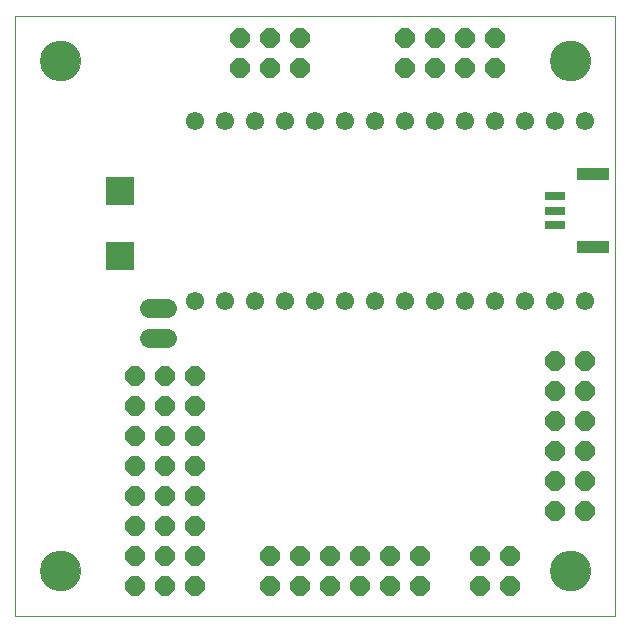
<source format=gbs>
G75*
%MOIN*%
%OFA0B0*%
%FSLAX25Y25*%
%IPPOS*%
%LPD*%
%AMOC8*
5,1,8,0,0,1.08239X$1,22.5*
%
%ADD10C,0.00300*%
%ADD11OC8,0.06400*%
%ADD12C,0.00000*%
%ADD13C,0.13400*%
%ADD14R,0.09400X0.09400*%
%ADD15C,0.06400*%
%ADD16C,0.06100*%
%ADD17R,0.07093X0.02762*%
%ADD18R,0.11030X0.04337*%
D10*
X0430000Y0315000D02*
X0430000Y0515000D01*
X0630000Y0515000D01*
X0630000Y0315000D01*
X0430000Y0315000D01*
D11*
X0470000Y0325000D03*
X0470000Y0335000D03*
X0470000Y0345000D03*
X0480000Y0345000D03*
X0480000Y0335000D03*
X0480000Y0325000D03*
X0490000Y0325000D03*
X0490000Y0335000D03*
X0490000Y0345000D03*
X0490000Y0355000D03*
X0490000Y0365000D03*
X0490000Y0375000D03*
X0480000Y0375000D03*
X0480000Y0365000D03*
X0480000Y0355000D03*
X0470000Y0355000D03*
X0470000Y0365000D03*
X0470000Y0375000D03*
X0470000Y0385000D03*
X0470000Y0395000D03*
X0480000Y0395000D03*
X0480000Y0385000D03*
X0490000Y0385000D03*
X0490000Y0395000D03*
X0515000Y0335000D03*
X0515000Y0325000D03*
X0525000Y0325000D03*
X0525000Y0335000D03*
X0535000Y0335000D03*
X0535000Y0325000D03*
X0545000Y0325000D03*
X0545000Y0335000D03*
X0555000Y0335000D03*
X0555000Y0325000D03*
X0565000Y0325000D03*
X0565000Y0335000D03*
X0585000Y0335000D03*
X0585000Y0325000D03*
X0595000Y0325000D03*
X0595000Y0335000D03*
X0610000Y0350000D03*
X0610000Y0360000D03*
X0620000Y0360000D03*
X0620000Y0350000D03*
X0620000Y0370000D03*
X0620000Y0380000D03*
X0620000Y0390000D03*
X0610000Y0390000D03*
X0610000Y0380000D03*
X0610000Y0370000D03*
X0610000Y0400000D03*
X0620000Y0400000D03*
X0590000Y0497500D03*
X0590000Y0507500D03*
X0580000Y0507500D03*
X0580000Y0497500D03*
X0570000Y0497500D03*
X0570000Y0507500D03*
X0560000Y0507500D03*
X0560000Y0497500D03*
X0525000Y0497500D03*
X0525000Y0507500D03*
X0515000Y0507500D03*
X0515000Y0497500D03*
X0505000Y0497500D03*
X0505000Y0507500D03*
D12*
X0438500Y0500000D02*
X0438502Y0500161D01*
X0438508Y0500321D01*
X0438518Y0500482D01*
X0438532Y0500642D01*
X0438550Y0500802D01*
X0438571Y0500961D01*
X0438597Y0501120D01*
X0438627Y0501278D01*
X0438660Y0501435D01*
X0438698Y0501592D01*
X0438739Y0501747D01*
X0438784Y0501901D01*
X0438833Y0502054D01*
X0438886Y0502206D01*
X0438942Y0502357D01*
X0439003Y0502506D01*
X0439066Y0502654D01*
X0439134Y0502800D01*
X0439205Y0502944D01*
X0439279Y0503086D01*
X0439357Y0503227D01*
X0439439Y0503365D01*
X0439524Y0503502D01*
X0439612Y0503636D01*
X0439704Y0503768D01*
X0439799Y0503898D01*
X0439897Y0504026D01*
X0439998Y0504151D01*
X0440102Y0504273D01*
X0440209Y0504393D01*
X0440319Y0504510D01*
X0440432Y0504625D01*
X0440548Y0504736D01*
X0440667Y0504845D01*
X0440788Y0504950D01*
X0440912Y0505053D01*
X0441038Y0505153D01*
X0441166Y0505249D01*
X0441297Y0505342D01*
X0441431Y0505432D01*
X0441566Y0505519D01*
X0441704Y0505602D01*
X0441843Y0505682D01*
X0441985Y0505758D01*
X0442128Y0505831D01*
X0442273Y0505900D01*
X0442420Y0505966D01*
X0442568Y0506028D01*
X0442718Y0506086D01*
X0442869Y0506141D01*
X0443022Y0506192D01*
X0443176Y0506239D01*
X0443331Y0506282D01*
X0443487Y0506321D01*
X0443643Y0506357D01*
X0443801Y0506388D01*
X0443959Y0506416D01*
X0444118Y0506440D01*
X0444278Y0506460D01*
X0444438Y0506476D01*
X0444598Y0506488D01*
X0444759Y0506496D01*
X0444920Y0506500D01*
X0445080Y0506500D01*
X0445241Y0506496D01*
X0445402Y0506488D01*
X0445562Y0506476D01*
X0445722Y0506460D01*
X0445882Y0506440D01*
X0446041Y0506416D01*
X0446199Y0506388D01*
X0446357Y0506357D01*
X0446513Y0506321D01*
X0446669Y0506282D01*
X0446824Y0506239D01*
X0446978Y0506192D01*
X0447131Y0506141D01*
X0447282Y0506086D01*
X0447432Y0506028D01*
X0447580Y0505966D01*
X0447727Y0505900D01*
X0447872Y0505831D01*
X0448015Y0505758D01*
X0448157Y0505682D01*
X0448296Y0505602D01*
X0448434Y0505519D01*
X0448569Y0505432D01*
X0448703Y0505342D01*
X0448834Y0505249D01*
X0448962Y0505153D01*
X0449088Y0505053D01*
X0449212Y0504950D01*
X0449333Y0504845D01*
X0449452Y0504736D01*
X0449568Y0504625D01*
X0449681Y0504510D01*
X0449791Y0504393D01*
X0449898Y0504273D01*
X0450002Y0504151D01*
X0450103Y0504026D01*
X0450201Y0503898D01*
X0450296Y0503768D01*
X0450388Y0503636D01*
X0450476Y0503502D01*
X0450561Y0503365D01*
X0450643Y0503227D01*
X0450721Y0503086D01*
X0450795Y0502944D01*
X0450866Y0502800D01*
X0450934Y0502654D01*
X0450997Y0502506D01*
X0451058Y0502357D01*
X0451114Y0502206D01*
X0451167Y0502054D01*
X0451216Y0501901D01*
X0451261Y0501747D01*
X0451302Y0501592D01*
X0451340Y0501435D01*
X0451373Y0501278D01*
X0451403Y0501120D01*
X0451429Y0500961D01*
X0451450Y0500802D01*
X0451468Y0500642D01*
X0451482Y0500482D01*
X0451492Y0500321D01*
X0451498Y0500161D01*
X0451500Y0500000D01*
X0451498Y0499839D01*
X0451492Y0499679D01*
X0451482Y0499518D01*
X0451468Y0499358D01*
X0451450Y0499198D01*
X0451429Y0499039D01*
X0451403Y0498880D01*
X0451373Y0498722D01*
X0451340Y0498565D01*
X0451302Y0498408D01*
X0451261Y0498253D01*
X0451216Y0498099D01*
X0451167Y0497946D01*
X0451114Y0497794D01*
X0451058Y0497643D01*
X0450997Y0497494D01*
X0450934Y0497346D01*
X0450866Y0497200D01*
X0450795Y0497056D01*
X0450721Y0496914D01*
X0450643Y0496773D01*
X0450561Y0496635D01*
X0450476Y0496498D01*
X0450388Y0496364D01*
X0450296Y0496232D01*
X0450201Y0496102D01*
X0450103Y0495974D01*
X0450002Y0495849D01*
X0449898Y0495727D01*
X0449791Y0495607D01*
X0449681Y0495490D01*
X0449568Y0495375D01*
X0449452Y0495264D01*
X0449333Y0495155D01*
X0449212Y0495050D01*
X0449088Y0494947D01*
X0448962Y0494847D01*
X0448834Y0494751D01*
X0448703Y0494658D01*
X0448569Y0494568D01*
X0448434Y0494481D01*
X0448296Y0494398D01*
X0448157Y0494318D01*
X0448015Y0494242D01*
X0447872Y0494169D01*
X0447727Y0494100D01*
X0447580Y0494034D01*
X0447432Y0493972D01*
X0447282Y0493914D01*
X0447131Y0493859D01*
X0446978Y0493808D01*
X0446824Y0493761D01*
X0446669Y0493718D01*
X0446513Y0493679D01*
X0446357Y0493643D01*
X0446199Y0493612D01*
X0446041Y0493584D01*
X0445882Y0493560D01*
X0445722Y0493540D01*
X0445562Y0493524D01*
X0445402Y0493512D01*
X0445241Y0493504D01*
X0445080Y0493500D01*
X0444920Y0493500D01*
X0444759Y0493504D01*
X0444598Y0493512D01*
X0444438Y0493524D01*
X0444278Y0493540D01*
X0444118Y0493560D01*
X0443959Y0493584D01*
X0443801Y0493612D01*
X0443643Y0493643D01*
X0443487Y0493679D01*
X0443331Y0493718D01*
X0443176Y0493761D01*
X0443022Y0493808D01*
X0442869Y0493859D01*
X0442718Y0493914D01*
X0442568Y0493972D01*
X0442420Y0494034D01*
X0442273Y0494100D01*
X0442128Y0494169D01*
X0441985Y0494242D01*
X0441843Y0494318D01*
X0441704Y0494398D01*
X0441566Y0494481D01*
X0441431Y0494568D01*
X0441297Y0494658D01*
X0441166Y0494751D01*
X0441038Y0494847D01*
X0440912Y0494947D01*
X0440788Y0495050D01*
X0440667Y0495155D01*
X0440548Y0495264D01*
X0440432Y0495375D01*
X0440319Y0495490D01*
X0440209Y0495607D01*
X0440102Y0495727D01*
X0439998Y0495849D01*
X0439897Y0495974D01*
X0439799Y0496102D01*
X0439704Y0496232D01*
X0439612Y0496364D01*
X0439524Y0496498D01*
X0439439Y0496635D01*
X0439357Y0496773D01*
X0439279Y0496914D01*
X0439205Y0497056D01*
X0439134Y0497200D01*
X0439066Y0497346D01*
X0439003Y0497494D01*
X0438942Y0497643D01*
X0438886Y0497794D01*
X0438833Y0497946D01*
X0438784Y0498099D01*
X0438739Y0498253D01*
X0438698Y0498408D01*
X0438660Y0498565D01*
X0438627Y0498722D01*
X0438597Y0498880D01*
X0438571Y0499039D01*
X0438550Y0499198D01*
X0438532Y0499358D01*
X0438518Y0499518D01*
X0438508Y0499679D01*
X0438502Y0499839D01*
X0438500Y0500000D01*
X0608500Y0500000D02*
X0608502Y0500161D01*
X0608508Y0500321D01*
X0608518Y0500482D01*
X0608532Y0500642D01*
X0608550Y0500802D01*
X0608571Y0500961D01*
X0608597Y0501120D01*
X0608627Y0501278D01*
X0608660Y0501435D01*
X0608698Y0501592D01*
X0608739Y0501747D01*
X0608784Y0501901D01*
X0608833Y0502054D01*
X0608886Y0502206D01*
X0608942Y0502357D01*
X0609003Y0502506D01*
X0609066Y0502654D01*
X0609134Y0502800D01*
X0609205Y0502944D01*
X0609279Y0503086D01*
X0609357Y0503227D01*
X0609439Y0503365D01*
X0609524Y0503502D01*
X0609612Y0503636D01*
X0609704Y0503768D01*
X0609799Y0503898D01*
X0609897Y0504026D01*
X0609998Y0504151D01*
X0610102Y0504273D01*
X0610209Y0504393D01*
X0610319Y0504510D01*
X0610432Y0504625D01*
X0610548Y0504736D01*
X0610667Y0504845D01*
X0610788Y0504950D01*
X0610912Y0505053D01*
X0611038Y0505153D01*
X0611166Y0505249D01*
X0611297Y0505342D01*
X0611431Y0505432D01*
X0611566Y0505519D01*
X0611704Y0505602D01*
X0611843Y0505682D01*
X0611985Y0505758D01*
X0612128Y0505831D01*
X0612273Y0505900D01*
X0612420Y0505966D01*
X0612568Y0506028D01*
X0612718Y0506086D01*
X0612869Y0506141D01*
X0613022Y0506192D01*
X0613176Y0506239D01*
X0613331Y0506282D01*
X0613487Y0506321D01*
X0613643Y0506357D01*
X0613801Y0506388D01*
X0613959Y0506416D01*
X0614118Y0506440D01*
X0614278Y0506460D01*
X0614438Y0506476D01*
X0614598Y0506488D01*
X0614759Y0506496D01*
X0614920Y0506500D01*
X0615080Y0506500D01*
X0615241Y0506496D01*
X0615402Y0506488D01*
X0615562Y0506476D01*
X0615722Y0506460D01*
X0615882Y0506440D01*
X0616041Y0506416D01*
X0616199Y0506388D01*
X0616357Y0506357D01*
X0616513Y0506321D01*
X0616669Y0506282D01*
X0616824Y0506239D01*
X0616978Y0506192D01*
X0617131Y0506141D01*
X0617282Y0506086D01*
X0617432Y0506028D01*
X0617580Y0505966D01*
X0617727Y0505900D01*
X0617872Y0505831D01*
X0618015Y0505758D01*
X0618157Y0505682D01*
X0618296Y0505602D01*
X0618434Y0505519D01*
X0618569Y0505432D01*
X0618703Y0505342D01*
X0618834Y0505249D01*
X0618962Y0505153D01*
X0619088Y0505053D01*
X0619212Y0504950D01*
X0619333Y0504845D01*
X0619452Y0504736D01*
X0619568Y0504625D01*
X0619681Y0504510D01*
X0619791Y0504393D01*
X0619898Y0504273D01*
X0620002Y0504151D01*
X0620103Y0504026D01*
X0620201Y0503898D01*
X0620296Y0503768D01*
X0620388Y0503636D01*
X0620476Y0503502D01*
X0620561Y0503365D01*
X0620643Y0503227D01*
X0620721Y0503086D01*
X0620795Y0502944D01*
X0620866Y0502800D01*
X0620934Y0502654D01*
X0620997Y0502506D01*
X0621058Y0502357D01*
X0621114Y0502206D01*
X0621167Y0502054D01*
X0621216Y0501901D01*
X0621261Y0501747D01*
X0621302Y0501592D01*
X0621340Y0501435D01*
X0621373Y0501278D01*
X0621403Y0501120D01*
X0621429Y0500961D01*
X0621450Y0500802D01*
X0621468Y0500642D01*
X0621482Y0500482D01*
X0621492Y0500321D01*
X0621498Y0500161D01*
X0621500Y0500000D01*
X0621498Y0499839D01*
X0621492Y0499679D01*
X0621482Y0499518D01*
X0621468Y0499358D01*
X0621450Y0499198D01*
X0621429Y0499039D01*
X0621403Y0498880D01*
X0621373Y0498722D01*
X0621340Y0498565D01*
X0621302Y0498408D01*
X0621261Y0498253D01*
X0621216Y0498099D01*
X0621167Y0497946D01*
X0621114Y0497794D01*
X0621058Y0497643D01*
X0620997Y0497494D01*
X0620934Y0497346D01*
X0620866Y0497200D01*
X0620795Y0497056D01*
X0620721Y0496914D01*
X0620643Y0496773D01*
X0620561Y0496635D01*
X0620476Y0496498D01*
X0620388Y0496364D01*
X0620296Y0496232D01*
X0620201Y0496102D01*
X0620103Y0495974D01*
X0620002Y0495849D01*
X0619898Y0495727D01*
X0619791Y0495607D01*
X0619681Y0495490D01*
X0619568Y0495375D01*
X0619452Y0495264D01*
X0619333Y0495155D01*
X0619212Y0495050D01*
X0619088Y0494947D01*
X0618962Y0494847D01*
X0618834Y0494751D01*
X0618703Y0494658D01*
X0618569Y0494568D01*
X0618434Y0494481D01*
X0618296Y0494398D01*
X0618157Y0494318D01*
X0618015Y0494242D01*
X0617872Y0494169D01*
X0617727Y0494100D01*
X0617580Y0494034D01*
X0617432Y0493972D01*
X0617282Y0493914D01*
X0617131Y0493859D01*
X0616978Y0493808D01*
X0616824Y0493761D01*
X0616669Y0493718D01*
X0616513Y0493679D01*
X0616357Y0493643D01*
X0616199Y0493612D01*
X0616041Y0493584D01*
X0615882Y0493560D01*
X0615722Y0493540D01*
X0615562Y0493524D01*
X0615402Y0493512D01*
X0615241Y0493504D01*
X0615080Y0493500D01*
X0614920Y0493500D01*
X0614759Y0493504D01*
X0614598Y0493512D01*
X0614438Y0493524D01*
X0614278Y0493540D01*
X0614118Y0493560D01*
X0613959Y0493584D01*
X0613801Y0493612D01*
X0613643Y0493643D01*
X0613487Y0493679D01*
X0613331Y0493718D01*
X0613176Y0493761D01*
X0613022Y0493808D01*
X0612869Y0493859D01*
X0612718Y0493914D01*
X0612568Y0493972D01*
X0612420Y0494034D01*
X0612273Y0494100D01*
X0612128Y0494169D01*
X0611985Y0494242D01*
X0611843Y0494318D01*
X0611704Y0494398D01*
X0611566Y0494481D01*
X0611431Y0494568D01*
X0611297Y0494658D01*
X0611166Y0494751D01*
X0611038Y0494847D01*
X0610912Y0494947D01*
X0610788Y0495050D01*
X0610667Y0495155D01*
X0610548Y0495264D01*
X0610432Y0495375D01*
X0610319Y0495490D01*
X0610209Y0495607D01*
X0610102Y0495727D01*
X0609998Y0495849D01*
X0609897Y0495974D01*
X0609799Y0496102D01*
X0609704Y0496232D01*
X0609612Y0496364D01*
X0609524Y0496498D01*
X0609439Y0496635D01*
X0609357Y0496773D01*
X0609279Y0496914D01*
X0609205Y0497056D01*
X0609134Y0497200D01*
X0609066Y0497346D01*
X0609003Y0497494D01*
X0608942Y0497643D01*
X0608886Y0497794D01*
X0608833Y0497946D01*
X0608784Y0498099D01*
X0608739Y0498253D01*
X0608698Y0498408D01*
X0608660Y0498565D01*
X0608627Y0498722D01*
X0608597Y0498880D01*
X0608571Y0499039D01*
X0608550Y0499198D01*
X0608532Y0499358D01*
X0608518Y0499518D01*
X0608508Y0499679D01*
X0608502Y0499839D01*
X0608500Y0500000D01*
X0608500Y0330000D02*
X0608502Y0330161D01*
X0608508Y0330321D01*
X0608518Y0330482D01*
X0608532Y0330642D01*
X0608550Y0330802D01*
X0608571Y0330961D01*
X0608597Y0331120D01*
X0608627Y0331278D01*
X0608660Y0331435D01*
X0608698Y0331592D01*
X0608739Y0331747D01*
X0608784Y0331901D01*
X0608833Y0332054D01*
X0608886Y0332206D01*
X0608942Y0332357D01*
X0609003Y0332506D01*
X0609066Y0332654D01*
X0609134Y0332800D01*
X0609205Y0332944D01*
X0609279Y0333086D01*
X0609357Y0333227D01*
X0609439Y0333365D01*
X0609524Y0333502D01*
X0609612Y0333636D01*
X0609704Y0333768D01*
X0609799Y0333898D01*
X0609897Y0334026D01*
X0609998Y0334151D01*
X0610102Y0334273D01*
X0610209Y0334393D01*
X0610319Y0334510D01*
X0610432Y0334625D01*
X0610548Y0334736D01*
X0610667Y0334845D01*
X0610788Y0334950D01*
X0610912Y0335053D01*
X0611038Y0335153D01*
X0611166Y0335249D01*
X0611297Y0335342D01*
X0611431Y0335432D01*
X0611566Y0335519D01*
X0611704Y0335602D01*
X0611843Y0335682D01*
X0611985Y0335758D01*
X0612128Y0335831D01*
X0612273Y0335900D01*
X0612420Y0335966D01*
X0612568Y0336028D01*
X0612718Y0336086D01*
X0612869Y0336141D01*
X0613022Y0336192D01*
X0613176Y0336239D01*
X0613331Y0336282D01*
X0613487Y0336321D01*
X0613643Y0336357D01*
X0613801Y0336388D01*
X0613959Y0336416D01*
X0614118Y0336440D01*
X0614278Y0336460D01*
X0614438Y0336476D01*
X0614598Y0336488D01*
X0614759Y0336496D01*
X0614920Y0336500D01*
X0615080Y0336500D01*
X0615241Y0336496D01*
X0615402Y0336488D01*
X0615562Y0336476D01*
X0615722Y0336460D01*
X0615882Y0336440D01*
X0616041Y0336416D01*
X0616199Y0336388D01*
X0616357Y0336357D01*
X0616513Y0336321D01*
X0616669Y0336282D01*
X0616824Y0336239D01*
X0616978Y0336192D01*
X0617131Y0336141D01*
X0617282Y0336086D01*
X0617432Y0336028D01*
X0617580Y0335966D01*
X0617727Y0335900D01*
X0617872Y0335831D01*
X0618015Y0335758D01*
X0618157Y0335682D01*
X0618296Y0335602D01*
X0618434Y0335519D01*
X0618569Y0335432D01*
X0618703Y0335342D01*
X0618834Y0335249D01*
X0618962Y0335153D01*
X0619088Y0335053D01*
X0619212Y0334950D01*
X0619333Y0334845D01*
X0619452Y0334736D01*
X0619568Y0334625D01*
X0619681Y0334510D01*
X0619791Y0334393D01*
X0619898Y0334273D01*
X0620002Y0334151D01*
X0620103Y0334026D01*
X0620201Y0333898D01*
X0620296Y0333768D01*
X0620388Y0333636D01*
X0620476Y0333502D01*
X0620561Y0333365D01*
X0620643Y0333227D01*
X0620721Y0333086D01*
X0620795Y0332944D01*
X0620866Y0332800D01*
X0620934Y0332654D01*
X0620997Y0332506D01*
X0621058Y0332357D01*
X0621114Y0332206D01*
X0621167Y0332054D01*
X0621216Y0331901D01*
X0621261Y0331747D01*
X0621302Y0331592D01*
X0621340Y0331435D01*
X0621373Y0331278D01*
X0621403Y0331120D01*
X0621429Y0330961D01*
X0621450Y0330802D01*
X0621468Y0330642D01*
X0621482Y0330482D01*
X0621492Y0330321D01*
X0621498Y0330161D01*
X0621500Y0330000D01*
X0621498Y0329839D01*
X0621492Y0329679D01*
X0621482Y0329518D01*
X0621468Y0329358D01*
X0621450Y0329198D01*
X0621429Y0329039D01*
X0621403Y0328880D01*
X0621373Y0328722D01*
X0621340Y0328565D01*
X0621302Y0328408D01*
X0621261Y0328253D01*
X0621216Y0328099D01*
X0621167Y0327946D01*
X0621114Y0327794D01*
X0621058Y0327643D01*
X0620997Y0327494D01*
X0620934Y0327346D01*
X0620866Y0327200D01*
X0620795Y0327056D01*
X0620721Y0326914D01*
X0620643Y0326773D01*
X0620561Y0326635D01*
X0620476Y0326498D01*
X0620388Y0326364D01*
X0620296Y0326232D01*
X0620201Y0326102D01*
X0620103Y0325974D01*
X0620002Y0325849D01*
X0619898Y0325727D01*
X0619791Y0325607D01*
X0619681Y0325490D01*
X0619568Y0325375D01*
X0619452Y0325264D01*
X0619333Y0325155D01*
X0619212Y0325050D01*
X0619088Y0324947D01*
X0618962Y0324847D01*
X0618834Y0324751D01*
X0618703Y0324658D01*
X0618569Y0324568D01*
X0618434Y0324481D01*
X0618296Y0324398D01*
X0618157Y0324318D01*
X0618015Y0324242D01*
X0617872Y0324169D01*
X0617727Y0324100D01*
X0617580Y0324034D01*
X0617432Y0323972D01*
X0617282Y0323914D01*
X0617131Y0323859D01*
X0616978Y0323808D01*
X0616824Y0323761D01*
X0616669Y0323718D01*
X0616513Y0323679D01*
X0616357Y0323643D01*
X0616199Y0323612D01*
X0616041Y0323584D01*
X0615882Y0323560D01*
X0615722Y0323540D01*
X0615562Y0323524D01*
X0615402Y0323512D01*
X0615241Y0323504D01*
X0615080Y0323500D01*
X0614920Y0323500D01*
X0614759Y0323504D01*
X0614598Y0323512D01*
X0614438Y0323524D01*
X0614278Y0323540D01*
X0614118Y0323560D01*
X0613959Y0323584D01*
X0613801Y0323612D01*
X0613643Y0323643D01*
X0613487Y0323679D01*
X0613331Y0323718D01*
X0613176Y0323761D01*
X0613022Y0323808D01*
X0612869Y0323859D01*
X0612718Y0323914D01*
X0612568Y0323972D01*
X0612420Y0324034D01*
X0612273Y0324100D01*
X0612128Y0324169D01*
X0611985Y0324242D01*
X0611843Y0324318D01*
X0611704Y0324398D01*
X0611566Y0324481D01*
X0611431Y0324568D01*
X0611297Y0324658D01*
X0611166Y0324751D01*
X0611038Y0324847D01*
X0610912Y0324947D01*
X0610788Y0325050D01*
X0610667Y0325155D01*
X0610548Y0325264D01*
X0610432Y0325375D01*
X0610319Y0325490D01*
X0610209Y0325607D01*
X0610102Y0325727D01*
X0609998Y0325849D01*
X0609897Y0325974D01*
X0609799Y0326102D01*
X0609704Y0326232D01*
X0609612Y0326364D01*
X0609524Y0326498D01*
X0609439Y0326635D01*
X0609357Y0326773D01*
X0609279Y0326914D01*
X0609205Y0327056D01*
X0609134Y0327200D01*
X0609066Y0327346D01*
X0609003Y0327494D01*
X0608942Y0327643D01*
X0608886Y0327794D01*
X0608833Y0327946D01*
X0608784Y0328099D01*
X0608739Y0328253D01*
X0608698Y0328408D01*
X0608660Y0328565D01*
X0608627Y0328722D01*
X0608597Y0328880D01*
X0608571Y0329039D01*
X0608550Y0329198D01*
X0608532Y0329358D01*
X0608518Y0329518D01*
X0608508Y0329679D01*
X0608502Y0329839D01*
X0608500Y0330000D01*
X0438500Y0330000D02*
X0438502Y0330161D01*
X0438508Y0330321D01*
X0438518Y0330482D01*
X0438532Y0330642D01*
X0438550Y0330802D01*
X0438571Y0330961D01*
X0438597Y0331120D01*
X0438627Y0331278D01*
X0438660Y0331435D01*
X0438698Y0331592D01*
X0438739Y0331747D01*
X0438784Y0331901D01*
X0438833Y0332054D01*
X0438886Y0332206D01*
X0438942Y0332357D01*
X0439003Y0332506D01*
X0439066Y0332654D01*
X0439134Y0332800D01*
X0439205Y0332944D01*
X0439279Y0333086D01*
X0439357Y0333227D01*
X0439439Y0333365D01*
X0439524Y0333502D01*
X0439612Y0333636D01*
X0439704Y0333768D01*
X0439799Y0333898D01*
X0439897Y0334026D01*
X0439998Y0334151D01*
X0440102Y0334273D01*
X0440209Y0334393D01*
X0440319Y0334510D01*
X0440432Y0334625D01*
X0440548Y0334736D01*
X0440667Y0334845D01*
X0440788Y0334950D01*
X0440912Y0335053D01*
X0441038Y0335153D01*
X0441166Y0335249D01*
X0441297Y0335342D01*
X0441431Y0335432D01*
X0441566Y0335519D01*
X0441704Y0335602D01*
X0441843Y0335682D01*
X0441985Y0335758D01*
X0442128Y0335831D01*
X0442273Y0335900D01*
X0442420Y0335966D01*
X0442568Y0336028D01*
X0442718Y0336086D01*
X0442869Y0336141D01*
X0443022Y0336192D01*
X0443176Y0336239D01*
X0443331Y0336282D01*
X0443487Y0336321D01*
X0443643Y0336357D01*
X0443801Y0336388D01*
X0443959Y0336416D01*
X0444118Y0336440D01*
X0444278Y0336460D01*
X0444438Y0336476D01*
X0444598Y0336488D01*
X0444759Y0336496D01*
X0444920Y0336500D01*
X0445080Y0336500D01*
X0445241Y0336496D01*
X0445402Y0336488D01*
X0445562Y0336476D01*
X0445722Y0336460D01*
X0445882Y0336440D01*
X0446041Y0336416D01*
X0446199Y0336388D01*
X0446357Y0336357D01*
X0446513Y0336321D01*
X0446669Y0336282D01*
X0446824Y0336239D01*
X0446978Y0336192D01*
X0447131Y0336141D01*
X0447282Y0336086D01*
X0447432Y0336028D01*
X0447580Y0335966D01*
X0447727Y0335900D01*
X0447872Y0335831D01*
X0448015Y0335758D01*
X0448157Y0335682D01*
X0448296Y0335602D01*
X0448434Y0335519D01*
X0448569Y0335432D01*
X0448703Y0335342D01*
X0448834Y0335249D01*
X0448962Y0335153D01*
X0449088Y0335053D01*
X0449212Y0334950D01*
X0449333Y0334845D01*
X0449452Y0334736D01*
X0449568Y0334625D01*
X0449681Y0334510D01*
X0449791Y0334393D01*
X0449898Y0334273D01*
X0450002Y0334151D01*
X0450103Y0334026D01*
X0450201Y0333898D01*
X0450296Y0333768D01*
X0450388Y0333636D01*
X0450476Y0333502D01*
X0450561Y0333365D01*
X0450643Y0333227D01*
X0450721Y0333086D01*
X0450795Y0332944D01*
X0450866Y0332800D01*
X0450934Y0332654D01*
X0450997Y0332506D01*
X0451058Y0332357D01*
X0451114Y0332206D01*
X0451167Y0332054D01*
X0451216Y0331901D01*
X0451261Y0331747D01*
X0451302Y0331592D01*
X0451340Y0331435D01*
X0451373Y0331278D01*
X0451403Y0331120D01*
X0451429Y0330961D01*
X0451450Y0330802D01*
X0451468Y0330642D01*
X0451482Y0330482D01*
X0451492Y0330321D01*
X0451498Y0330161D01*
X0451500Y0330000D01*
X0451498Y0329839D01*
X0451492Y0329679D01*
X0451482Y0329518D01*
X0451468Y0329358D01*
X0451450Y0329198D01*
X0451429Y0329039D01*
X0451403Y0328880D01*
X0451373Y0328722D01*
X0451340Y0328565D01*
X0451302Y0328408D01*
X0451261Y0328253D01*
X0451216Y0328099D01*
X0451167Y0327946D01*
X0451114Y0327794D01*
X0451058Y0327643D01*
X0450997Y0327494D01*
X0450934Y0327346D01*
X0450866Y0327200D01*
X0450795Y0327056D01*
X0450721Y0326914D01*
X0450643Y0326773D01*
X0450561Y0326635D01*
X0450476Y0326498D01*
X0450388Y0326364D01*
X0450296Y0326232D01*
X0450201Y0326102D01*
X0450103Y0325974D01*
X0450002Y0325849D01*
X0449898Y0325727D01*
X0449791Y0325607D01*
X0449681Y0325490D01*
X0449568Y0325375D01*
X0449452Y0325264D01*
X0449333Y0325155D01*
X0449212Y0325050D01*
X0449088Y0324947D01*
X0448962Y0324847D01*
X0448834Y0324751D01*
X0448703Y0324658D01*
X0448569Y0324568D01*
X0448434Y0324481D01*
X0448296Y0324398D01*
X0448157Y0324318D01*
X0448015Y0324242D01*
X0447872Y0324169D01*
X0447727Y0324100D01*
X0447580Y0324034D01*
X0447432Y0323972D01*
X0447282Y0323914D01*
X0447131Y0323859D01*
X0446978Y0323808D01*
X0446824Y0323761D01*
X0446669Y0323718D01*
X0446513Y0323679D01*
X0446357Y0323643D01*
X0446199Y0323612D01*
X0446041Y0323584D01*
X0445882Y0323560D01*
X0445722Y0323540D01*
X0445562Y0323524D01*
X0445402Y0323512D01*
X0445241Y0323504D01*
X0445080Y0323500D01*
X0444920Y0323500D01*
X0444759Y0323504D01*
X0444598Y0323512D01*
X0444438Y0323524D01*
X0444278Y0323540D01*
X0444118Y0323560D01*
X0443959Y0323584D01*
X0443801Y0323612D01*
X0443643Y0323643D01*
X0443487Y0323679D01*
X0443331Y0323718D01*
X0443176Y0323761D01*
X0443022Y0323808D01*
X0442869Y0323859D01*
X0442718Y0323914D01*
X0442568Y0323972D01*
X0442420Y0324034D01*
X0442273Y0324100D01*
X0442128Y0324169D01*
X0441985Y0324242D01*
X0441843Y0324318D01*
X0441704Y0324398D01*
X0441566Y0324481D01*
X0441431Y0324568D01*
X0441297Y0324658D01*
X0441166Y0324751D01*
X0441038Y0324847D01*
X0440912Y0324947D01*
X0440788Y0325050D01*
X0440667Y0325155D01*
X0440548Y0325264D01*
X0440432Y0325375D01*
X0440319Y0325490D01*
X0440209Y0325607D01*
X0440102Y0325727D01*
X0439998Y0325849D01*
X0439897Y0325974D01*
X0439799Y0326102D01*
X0439704Y0326232D01*
X0439612Y0326364D01*
X0439524Y0326498D01*
X0439439Y0326635D01*
X0439357Y0326773D01*
X0439279Y0326914D01*
X0439205Y0327056D01*
X0439134Y0327200D01*
X0439066Y0327346D01*
X0439003Y0327494D01*
X0438942Y0327643D01*
X0438886Y0327794D01*
X0438833Y0327946D01*
X0438784Y0328099D01*
X0438739Y0328253D01*
X0438698Y0328408D01*
X0438660Y0328565D01*
X0438627Y0328722D01*
X0438597Y0328880D01*
X0438571Y0329039D01*
X0438550Y0329198D01*
X0438532Y0329358D01*
X0438518Y0329518D01*
X0438508Y0329679D01*
X0438502Y0329839D01*
X0438500Y0330000D01*
D13*
X0445000Y0330000D03*
X0615000Y0330000D03*
X0615000Y0500000D03*
X0445000Y0500000D03*
D14*
X0465000Y0456475D03*
X0465000Y0434775D03*
D15*
X0474500Y0417500D02*
X0480500Y0417500D01*
X0480500Y0407500D02*
X0474500Y0407500D01*
D16*
X0490000Y0420000D03*
X0500000Y0420000D03*
X0510000Y0420000D03*
X0520000Y0420000D03*
X0530000Y0420000D03*
X0540000Y0420000D03*
X0550000Y0420000D03*
X0560000Y0420000D03*
X0570000Y0420000D03*
X0580000Y0420000D03*
X0590000Y0420000D03*
X0600000Y0420000D03*
X0610000Y0420000D03*
X0620000Y0420000D03*
X0620000Y0480000D03*
X0610000Y0480000D03*
X0600000Y0480000D03*
X0590000Y0480000D03*
X0580000Y0480000D03*
X0570000Y0480000D03*
X0560000Y0480000D03*
X0550000Y0480000D03*
X0540000Y0480000D03*
X0530000Y0480000D03*
X0520000Y0480000D03*
X0510000Y0480000D03*
X0500000Y0480000D03*
X0490000Y0480000D03*
D17*
X0609779Y0454921D03*
X0609779Y0450000D03*
X0609779Y0445079D03*
D18*
X0622377Y0437795D03*
X0622377Y0462205D03*
M02*

</source>
